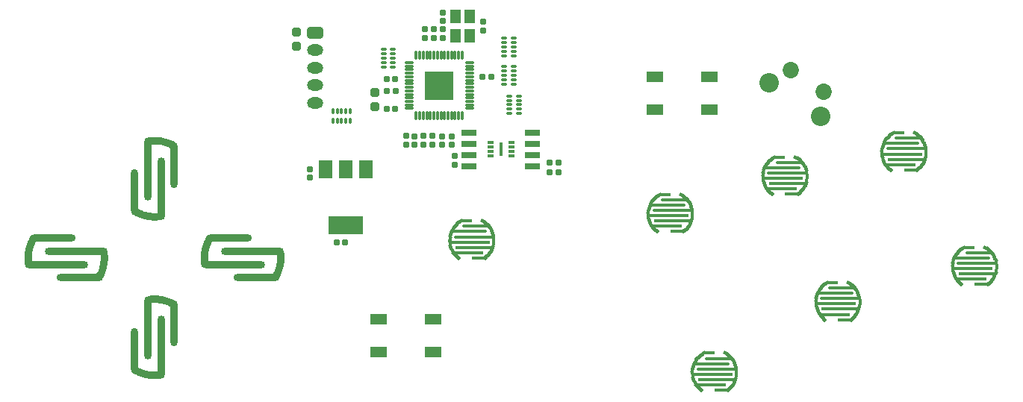
<source format=gbr>
%TF.GenerationSoftware,KiCad,Pcbnew,7.0.9*%
%TF.CreationDate,2024-02-22T06:25:05-07:00*%
%TF.ProjectId,genesis-6_controller_pcb,67656e65-7369-4732-9d36-5f636f6e7472,4a*%
%TF.SameCoordinates,Original*%
%TF.FileFunction,Soldermask,Top*%
%TF.FilePolarity,Negative*%
%FSLAX46Y46*%
G04 Gerber Fmt 4.6, Leading zero omitted, Abs format (unit mm)*
G04 Created by KiCad (PCBNEW 7.0.9) date 2024-02-22 06:25:05*
%MOMM*%
%LPD*%
G01*
G04 APERTURE LIST*
G04 Aperture macros list*
%AMRoundRect*
0 Rectangle with rounded corners*
0 $1 Rounding radius*
0 $2 $3 $4 $5 $6 $7 $8 $9 X,Y pos of 4 corners*
0 Add a 4 corners polygon primitive as box body*
4,1,4,$2,$3,$4,$5,$6,$7,$8,$9,$2,$3,0*
0 Add four circle primitives for the rounded corners*
1,1,$1+$1,$2,$3*
1,1,$1+$1,$4,$5*
1,1,$1+$1,$6,$7*
1,1,$1+$1,$8,$9*
0 Add four rect primitives between the rounded corners*
20,1,$1+$1,$2,$3,$4,$5,0*
20,1,$1+$1,$4,$5,$6,$7,0*
20,1,$1+$1,$6,$7,$8,$9,0*
20,1,$1+$1,$8,$9,$2,$3,0*%
%AMHorizOval*
0 Thick line with rounded ends*
0 $1 width*
0 $2 $3 position (X,Y) of the first rounded end (center of the circle)*
0 $4 $5 position (X,Y) of the second rounded end (center of the circle)*
0 Add line between two ends*
20,1,$1,$2,$3,$4,$5,0*
0 Add two circle primitives to create the rounded ends*
1,1,$1,$2,$3*
1,1,$1,$4,$5*%
G04 Aperture macros list end*
%ADD10RoundRect,0.050800X-0.750000X1.000000X-0.750000X-1.000000X0.750000X-1.000000X0.750000X1.000000X0*%
%ADD11RoundRect,0.050800X-1.900000X1.000000X-1.900000X-1.000000X1.900000X-1.000000X1.900000X1.000000X0*%
%ADD12RoundRect,0.190800X0.140000X0.170000X-0.140000X0.170000X-0.140000X-0.170000X0.140000X-0.170000X0*%
%ADD13RoundRect,0.190800X0.170000X-0.140000X0.170000X0.140000X-0.170000X0.140000X-0.170000X-0.140000X0*%
%ADD14O,0.801600X0.301600*%
%ADD15RoundRect,0.050800X0.146720X0.153210X-0.153210X0.146720X-0.146720X-0.153210X0.153210X-0.146720X0*%
%ADD16RoundRect,0.050800X0.163088X0.135655X-0.135655X0.163088X-0.163088X-0.135655X0.135655X-0.163088X0*%
%ADD17RoundRect,0.050800X0.128473X0.168803X-0.168803X0.128473X-0.128473X-0.168803X0.168803X-0.128473X0*%
%ADD18RoundRect,0.050800X0.177369X0.116363X-0.116363X0.177369X-0.177369X-0.116363X0.116363X-0.177369X0*%
%ADD19RoundRect,0.050800X0.108582X0.182236X-0.182236X0.108582X-0.108582X-0.182236X0.182236X-0.108582X0*%
%ADD20RoundRect,0.050800X0.189378X0.095582X-0.095582X0.189378X-0.189378X-0.095582X0.095582X-0.189378X0*%
%ADD21RoundRect,0.050800X0.087300X0.193336X-0.193336X0.087300X-0.087300X-0.193336X0.193336X-0.087300X0*%
%ADD22RoundRect,0.050800X0.198964X0.073576X-0.073576X0.198964X-0.198964X-0.073576X0.073576X-0.198964X0*%
%ADD23RoundRect,0.050800X0.064901X0.201960X-0.201960X0.064901X-0.064901X-0.201960X0.201960X-0.064901X0*%
%ADD24RoundRect,0.050800X0.206002X0.050629X-0.050629X0.206002X-0.206002X-0.050629X0.050629X-0.206002X0*%
%ADD25RoundRect,0.050800X0.041671X0.207999X-0.207999X0.041671X-0.041671X-0.207999X0.207999X-0.041671X0*%
%ADD26RoundRect,0.050800X0.210402X0.027034X-0.027034X0.210402X-0.210402X-0.027034X0.027034X-0.210402X0*%
%ADD27RoundRect,0.050800X0.017908X0.211375X-0.211375X0.017908X-0.017908X-0.211375X0.211375X-0.017908X0*%
%ADD28RoundRect,0.050800X0.212109X0.003093X-0.003093X0.212109X-0.212109X-0.003093X0.003093X-0.212109X0*%
%ADD29RoundRect,0.050800X-0.006085X0.212045X-0.212045X-0.006085X0.006085X-0.212045X0.212045X0.006085X0*%
%ADD30RoundRect,0.050800X0.211101X-0.020888X0.020888X0.211101X-0.211101X0.020888X-0.020888X-0.211101X0*%
%ADD31RoundRect,0.050800X-0.030000X0.210000X-0.210000X-0.030000X0.030000X-0.210000X0.210000X0.030000X0*%
%ADD32RoundRect,0.050800X0.207390X-0.044602X0.044602X0.207390X-0.207390X0.044602X-0.044602X-0.207390X0*%
%ADD33RoundRect,0.050800X0.203246X-0.060754X0.060754X0.203246X-0.203246X0.060754X-0.060754X-0.203246X0*%
%ADD34O,1.289034X0.401600*%
%ADD35O,3.479009X0.401600*%
%ADD36O,4.069223X0.401600*%
%ADD37O,4.608059X0.401600*%
%ADD38O,4.535632X0.401600*%
%ADD39O,4.270727X0.401600*%
%ADD40O,3.039444X0.401600*%
%ADD41O,1.601600X0.401600*%
%ADD42RoundRect,0.050800X0.060754X-0.203246X0.203246X0.060754X-0.060754X0.203246X-0.203246X-0.060754X0*%
%ADD43RoundRect,0.050800X0.037405X-0.208808X0.208808X0.037405X-0.037405X0.208808X-0.208808X-0.037405X0*%
%ADD44RoundRect,0.050800X-0.210000X0.030000X-0.030000X-0.210000X0.210000X-0.030000X0.030000X0.210000X0*%
%ADD45RoundRect,0.050800X0.013578X-0.211697X0.211697X0.013578X-0.013578X0.211697X-0.211697X-0.013578X0*%
%ADD46RoundRect,0.050800X-0.211708X0.013412X-0.013412X-0.211708X0.211708X-0.013412X0.013412X0.211708X0*%
%ADD47RoundRect,0.050800X-0.010424X-0.211876X0.211876X-0.010424X0.010424X0.211876X-0.211876X0.010424X0*%
%ADD48RoundRect,0.050800X-0.211868X-0.010589X0.010589X-0.211868X0.211868X0.010589X-0.010589X0.211868X0*%
%ADD49RoundRect,0.050800X-0.034292X-0.209342X0.209342X-0.034292X0.034292X0.209342X-0.209342X0.034292X0*%
%ADD50RoundRect,0.050800X-0.209315X-0.034455X0.034455X-0.209315X0.209315X0.034455X-0.034455X0.209315X0*%
%ADD51RoundRect,0.050800X-0.057721X-0.204128X0.204128X-0.057721X0.057721X0.204128X-0.204128X0.057721X0*%
%ADD52RoundRect,0.050800X-0.204083X-0.057880X0.057880X-0.204083X0.204083X0.057880X-0.057880X0.204083X0*%
%ADD53RoundRect,0.050800X-0.080411X-0.196301X0.196301X-0.080411X0.080411X0.196301X-0.196301X0.080411X0*%
%ADD54RoundRect,0.050800X-0.196238X-0.080564X0.080564X-0.196238X0.196238X0.080564X-0.080564X0.196238X0*%
%ADD55RoundRect,0.050800X-0.102072X-0.185961X0.185961X-0.102072X0.102072X0.185961X-0.185961X0.102072X0*%
%ADD56RoundRect,0.050800X-0.185881X-0.102217X0.102217X-0.185881X0.185881X0.102217X-0.102217X0.185881X0*%
%ADD57RoundRect,0.050800X-0.122425X-0.173240X0.173240X-0.122425X0.122425X0.173240X-0.173240X0.122425X0*%
%ADD58RoundRect,0.050800X-0.173144X-0.122561X0.122561X-0.173144X0.173144X0.122561X-0.122561X0.173144X0*%
%ADD59RoundRect,0.050800X-0.141212X-0.158301X0.158301X-0.141212X0.141212X0.158301X-0.158301X0.141212X0*%
%ADD60RoundRect,0.050800X-0.158191X-0.141336X0.141336X-0.158191X0.158191X0.141336X-0.141336X0.158191X0*%
%ADD61RoundRect,0.050800X-0.900000X-0.550000X0.900000X-0.550000X0.900000X0.550000X-0.900000X0.550000X0*%
%ADD62RoundRect,0.185800X0.185000X-0.135000X0.185000X0.135000X-0.185000X0.135000X-0.185000X-0.135000X0*%
%ADD63RoundRect,0.185800X-0.135000X-0.185000X0.135000X-0.185000X0.135000X0.185000X-0.135000X0.185000X0*%
%ADD64O,0.851600X0.851600*%
%ADD65HorizOval,0.851600X0.000000X0.000000X0.000000X0.000000X0*%
%ADD66HorizOval,0.851600X0.000000X0.000000X0.000000X0.000000X0*%
%ADD67HorizOval,0.851600X0.000000X0.000000X0.000000X0.000000X0*%
%ADD68HorizOval,0.851600X0.000000X0.000000X0.000000X0.000000X0*%
%ADD69HorizOval,0.851600X0.000000X0.000000X0.000000X0.000000X0*%
%ADD70HorizOval,0.851600X0.000000X0.000000X0.000000X0.000000X0*%
%ADD71HorizOval,0.851600X0.000000X0.000000X0.000000X0.000000X0*%
%ADD72HorizOval,0.851600X0.000000X0.000000X0.000000X0.000000X0*%
%ADD73HorizOval,0.851600X0.000000X0.000000X0.000000X0.000000X0*%
%ADD74HorizOval,0.851600X0.000000X0.000000X0.000000X0.000000X0*%
%ADD75HorizOval,0.851600X0.000000X0.000000X0.000000X0.000000X0*%
%ADD76HorizOval,0.851600X0.000000X0.000000X0.000000X0.000000X0*%
%ADD77HorizOval,0.851600X0.000000X0.000000X0.000000X0.000000X0*%
%ADD78HorizOval,0.851600X0.000000X0.000000X0.000000X0.000000X0*%
%ADD79HorizOval,0.851600X0.000000X0.000000X0.000000X0.000000X0*%
%ADD80HorizOval,0.851600X0.000000X0.000000X0.000000X0.000000X0*%
%ADD81HorizOval,0.851600X0.000000X0.000000X0.000000X0.000000X0*%
%ADD82HorizOval,0.851600X0.000000X0.000000X0.000000X0.000000X0*%
%ADD83HorizOval,0.851600X0.000000X0.000000X0.000000X0.000000X0*%
%ADD84HorizOval,0.851600X0.000000X0.000000X0.000000X0.000000X0*%
%ADD85HorizOval,0.851600X0.000000X0.000000X0.000000X0.000000X0*%
%ADD86HorizOval,0.851600X0.000000X0.000000X0.000000X0.000000X0*%
%ADD87O,0.851600X5.101600*%
%ADD88O,0.851600X7.101600*%
%ADD89HorizOval,0.851600X0.000000X0.000000X0.000000X0.000000X0*%
%ADD90HorizOval,0.851600X0.000000X0.000000X0.000000X0.000000X0*%
%ADD91HorizOval,0.851600X0.000000X0.000000X0.000000X0.000000X0*%
%ADD92HorizOval,0.851600X0.000000X0.000000X0.000000X0.000000X0*%
%ADD93HorizOval,0.851600X0.000000X0.000000X0.000000X0.000000X0*%
%ADD94HorizOval,0.851600X0.000000X0.000000X0.000000X0.000000X0*%
%ADD95HorizOval,0.851600X0.000000X0.000000X0.000000X0.000000X0*%
%ADD96HorizOval,0.851600X0.000000X0.000000X0.000000X0.000000X0*%
%ADD97HorizOval,0.851600X0.000000X0.000000X0.000000X0.000000X0*%
%ADD98HorizOval,0.851600X0.000000X0.000000X0.000000X0.000000X0*%
%ADD99HorizOval,0.851600X0.000000X0.000000X0.000000X0.000000X0*%
%ADD100HorizOval,0.851600X0.000000X0.000000X0.000000X0.000000X0*%
%ADD101HorizOval,0.851600X0.000000X0.000000X0.000000X0.000000X0*%
%ADD102HorizOval,0.851600X0.000000X0.000000X0.000000X0.000000X0*%
%ADD103HorizOval,0.851600X0.000000X0.000000X0.000000X0.000000X0*%
%ADD104HorizOval,0.851600X0.000000X0.000000X0.000000X0.000000X0*%
%ADD105HorizOval,0.851600X0.000000X0.000000X0.000000X0.000000X0*%
%ADD106HorizOval,0.851600X0.000000X0.000000X0.000000X0.000000X0*%
%ADD107HorizOval,0.851600X0.000000X0.000000X0.000000X0.000000X0*%
%ADD108HorizOval,0.851600X0.000000X0.000000X0.000000X0.000000X0*%
%ADD109HorizOval,0.851600X0.000000X0.000000X0.000000X0.000000X0*%
%ADD110HorizOval,0.851600X0.000000X0.000000X0.000000X0.000000X0*%
%ADD111RoundRect,0.190800X-0.140000X-0.170000X0.140000X-0.170000X0.140000X0.170000X-0.140000X0.170000X0*%
%ADD112RoundRect,0.190800X-0.170000X0.140000X-0.170000X-0.140000X0.170000X-0.140000X0.170000X0.140000X0*%
%ADD113O,0.301600X0.801600*%
%ADD114RoundRect,0.185800X0.135000X0.185000X-0.135000X0.185000X-0.135000X-0.185000X0.135000X-0.185000X0*%
%ADD115RoundRect,0.269550X0.256250X-0.218750X0.256250X0.218750X-0.256250X0.218750X-0.256250X-0.218750X0*%
%ADD116HorizOval,0.851600X0.000000X0.000000X0.000000X0.000000X0*%
%ADD117HorizOval,0.851600X0.000000X0.000000X0.000000X0.000000X0*%
%ADD118HorizOval,0.851600X0.000000X0.000000X0.000000X0.000000X0*%
%ADD119HorizOval,0.851600X0.000000X0.000000X0.000000X0.000000X0*%
%ADD120HorizOval,0.851600X0.000000X0.000000X0.000000X0.000000X0*%
%ADD121HorizOval,0.851600X0.000000X0.000000X0.000000X0.000000X0*%
%ADD122HorizOval,0.851600X0.000000X0.000000X0.000000X0.000000X0*%
%ADD123HorizOval,0.851600X0.000000X0.000000X0.000000X0.000000X0*%
%ADD124HorizOval,0.851600X0.000000X0.000000X0.000000X0.000000X0*%
%ADD125HorizOval,0.851600X0.000000X0.000000X0.000000X0.000000X0*%
%ADD126HorizOval,0.851600X0.000000X0.000000X0.000000X0.000000X0*%
%ADD127HorizOval,0.851600X0.000000X0.000000X0.000000X0.000000X0*%
%ADD128HorizOval,0.851600X0.000000X0.000000X0.000000X0.000000X0*%
%ADD129HorizOval,0.851600X0.000000X0.000000X0.000000X0.000000X0*%
%ADD130HorizOval,0.851600X0.000000X0.000000X0.000000X0.000000X0*%
%ADD131HorizOval,0.851600X0.000000X0.000000X0.000000X0.000000X0*%
%ADD132HorizOval,0.851600X0.000000X0.000000X0.000000X0.000000X0*%
%ADD133HorizOval,0.851600X0.000000X0.000000X0.000000X0.000000X0*%
%ADD134HorizOval,0.851600X0.000000X0.000000X0.000000X0.000000X0*%
%ADD135HorizOval,0.851600X0.000000X0.000000X0.000000X0.000000X0*%
%ADD136HorizOval,0.851600X0.000000X0.000000X0.000000X0.000000X0*%
%ADD137HorizOval,0.851600X0.000000X0.000000X0.000000X0.000000X0*%
%ADD138O,5.101600X0.851600*%
%ADD139O,7.101600X0.851600*%
%ADD140HorizOval,0.851600X0.000000X0.000000X0.000000X0.000000X0*%
%ADD141HorizOval,0.851600X0.000000X0.000000X0.000000X0.000000X0*%
%ADD142HorizOval,0.851600X0.000000X0.000000X0.000000X0.000000X0*%
%ADD143HorizOval,0.851600X0.000000X0.000000X0.000000X0.000000X0*%
%ADD144HorizOval,0.851600X0.000000X0.000000X0.000000X0.000000X0*%
%ADD145HorizOval,0.851600X0.000000X0.000000X0.000000X0.000000X0*%
%ADD146HorizOval,0.851600X0.000000X0.000000X0.000000X0.000000X0*%
%ADD147HorizOval,0.851600X0.000000X0.000000X0.000000X0.000000X0*%
%ADD148HorizOval,0.851600X0.000000X0.000000X0.000000X0.000000X0*%
%ADD149HorizOval,0.851600X0.000000X0.000000X0.000000X0.000000X0*%
%ADD150HorizOval,0.851600X0.000000X0.000000X0.000000X0.000000X0*%
%ADD151HorizOval,0.851600X0.000000X0.000000X0.000000X0.000000X0*%
%ADD152HorizOval,0.851600X0.000000X0.000000X0.000000X0.000000X0*%
%ADD153HorizOval,0.851600X0.000000X0.000000X0.000000X0.000000X0*%
%ADD154HorizOval,0.851600X0.000000X0.000000X0.000000X0.000000X0*%
%ADD155HorizOval,0.851600X0.000000X0.000000X0.000000X0.000000X0*%
%ADD156HorizOval,0.851600X0.000000X0.000000X0.000000X0.000000X0*%
%ADD157HorizOval,0.851600X0.000000X0.000000X0.000000X0.000000X0*%
%ADD158HorizOval,0.851600X0.000000X0.000000X0.000000X0.000000X0*%
%ADD159HorizOval,0.851600X0.000000X0.000000X0.000000X0.000000X0*%
%ADD160HorizOval,0.851600X0.000000X0.000000X0.000000X0.000000X0*%
%ADD161HorizOval,0.851600X0.000000X0.000000X0.000000X0.000000X0*%
%ADD162RoundRect,0.050800X0.805000X0.290000X-0.805000X0.290000X-0.805000X-0.290000X0.805000X-0.290000X0*%
%ADD163RoundRect,0.125800X0.225000X0.075000X-0.225000X0.075000X-0.225000X-0.075000X0.225000X-0.075000X0*%
%ADD164RoundRect,0.100800X0.050000X0.700000X-0.050000X0.700000X-0.050000X-0.700000X0.050000X-0.700000X0*%
%ADD165RoundRect,0.050800X-0.575000X0.700000X-0.575000X-0.700000X0.575000X-0.700000X0.575000X0.700000X0*%
%ADD166RoundRect,0.100800X0.387500X0.050000X-0.387500X0.050000X-0.387500X-0.050000X0.387500X-0.050000X0*%
%ADD167RoundRect,0.100800X0.050000X0.387500X-0.050000X0.387500X-0.050000X-0.387500X0.050000X-0.387500X0*%
%ADD168RoundRect,0.194800X1.456000X1.456000X-1.456000X1.456000X-1.456000X-1.456000X1.456000X-1.456000X0*%
%ADD169C,2.201600*%
%ADD170C,1.851600*%
%ADD171RoundRect,0.300800X-0.625000X0.350000X-0.625000X-0.350000X0.625000X-0.350000X0.625000X0.350000X0*%
%ADD172O,1.851600X1.301600*%
G04 APERTURE END LIST*
D10*
%TO.C,U3*%
X144000000Y-119950000D03*
X141700000Y-119950000D03*
D11*
X141700000Y-126250000D03*
D10*
X139400000Y-119950000D03*
%TD*%
D12*
%TO.C,C11*%
X147295396Y-109689604D03*
X146335396Y-109689604D03*
%TD*%
D13*
%TO.C,C5*%
X154030000Y-119400000D03*
X154030000Y-118440000D03*
%TD*%
D14*
%TO.C,U5*%
X147065396Y-108339604D03*
X147065396Y-107839604D03*
X147065396Y-107339604D03*
X147065396Y-106839604D03*
X147065396Y-106339604D03*
X146015396Y-106339604D03*
X146015396Y-106839604D03*
X146015396Y-107339604D03*
X146015396Y-107839604D03*
X146015396Y-108339604D03*
%TD*%
%TO.C,U2*%
X161309891Y-113602551D03*
X161309891Y-113102551D03*
X161309891Y-112602551D03*
X161309891Y-112102551D03*
X161309891Y-111602551D03*
X160259891Y-111602551D03*
X160259891Y-112102551D03*
X160259891Y-112602551D03*
X160259891Y-113102551D03*
X160259891Y-113602551D03*
%TD*%
D15*
%TO.C,SW4*%
X153500586Y-128054082D03*
D16*
X153510475Y-127771389D03*
D17*
X153522694Y-128336085D03*
D18*
X153552236Y-127491620D03*
D19*
X153576518Y-128613785D03*
D20*
X153625334Y-127218361D03*
D21*
X153661368Y-128883627D03*
D22*
X153728834Y-126955108D03*
D23*
X153776157Y-129142156D03*
D24*
X153861409Y-126705232D03*
D25*
X153919417Y-129386063D03*
D26*
X154021363Y-126471932D03*
D27*
X154089313Y-129612226D03*
D28*
X154206648Y-126258195D03*
D29*
X154283670Y-129817748D03*
D30*
X154414892Y-126066757D03*
D31*
X154500001Y-130000000D03*
D32*
X154643429Y-125900069D03*
D33*
X154812566Y-125800001D03*
D34*
X155406283Y-125800000D03*
D35*
X155617474Y-129400000D03*
D36*
X155692524Y-127000000D03*
D37*
X155761243Y-128200000D03*
D38*
X156250776Y-127600000D03*
D39*
X156283980Y-128800000D03*
D40*
X156452015Y-126400000D03*
D41*
X156750000Y-130000000D03*
D42*
X157187434Y-125800000D03*
D43*
X157428358Y-125948223D03*
D44*
X157499999Y-130000000D03*
D45*
X157650996Y-126122712D03*
D46*
X157652461Y-129875998D03*
D47*
X157852497Y-126321235D03*
D48*
X157853807Y-129677318D03*
D49*
X158030282Y-126541250D03*
D50*
X158031421Y-129457164D03*
D51*
X158182075Y-126779940D03*
D52*
X158183027Y-129218355D03*
D53*
X158305932Y-127034250D03*
D54*
X158306686Y-128963948D03*
D55*
X158400269Y-127300924D03*
D56*
X158400814Y-128697201D03*
D57*
X158463876Y-127576547D03*
D58*
X158464206Y-128421528D03*
D59*
X158495940Y-127857592D03*
D60*
X158496051Y-128140459D03*
%TD*%
D15*
%TO.C,SW6*%
X176000586Y-125054082D03*
D16*
X176010475Y-124771389D03*
D17*
X176022694Y-125336085D03*
D18*
X176052236Y-124491620D03*
D19*
X176076518Y-125613785D03*
D20*
X176125334Y-124218361D03*
D21*
X176161368Y-125883627D03*
D22*
X176228834Y-123955108D03*
D23*
X176276157Y-126142156D03*
D24*
X176361409Y-123705232D03*
D25*
X176419417Y-126386063D03*
D26*
X176521363Y-123471932D03*
D27*
X176589313Y-126612226D03*
D28*
X176706648Y-123258195D03*
D29*
X176783670Y-126817748D03*
D30*
X176914892Y-123066757D03*
D31*
X177000001Y-127000000D03*
D32*
X177143429Y-122900069D03*
D33*
X177312566Y-122800001D03*
D34*
X177906283Y-122800000D03*
D35*
X178117474Y-126400000D03*
D36*
X178192524Y-124000000D03*
D37*
X178261243Y-125200000D03*
D38*
X178750776Y-124600000D03*
D39*
X178783980Y-125800000D03*
D40*
X178952015Y-123400000D03*
D41*
X179250000Y-127000000D03*
D42*
X179687434Y-122800000D03*
D43*
X179928358Y-122948223D03*
D44*
X179999999Y-127000000D03*
D45*
X180150996Y-123122712D03*
D46*
X180152461Y-126875998D03*
D47*
X180352497Y-123321235D03*
D48*
X180353807Y-126677318D03*
D49*
X180530282Y-123541250D03*
D50*
X180531421Y-126457164D03*
D51*
X180682075Y-123779940D03*
D52*
X180683027Y-126218355D03*
D53*
X180805932Y-124034250D03*
D54*
X180806686Y-125963948D03*
D55*
X180900269Y-124300924D03*
D56*
X180900814Y-125697201D03*
D57*
X180963876Y-124576547D03*
D58*
X180964206Y-125421528D03*
D59*
X180995940Y-124857592D03*
D60*
X180996051Y-125140459D03*
%TD*%
D15*
%TO.C,SW9*%
X210500586Y-131054082D03*
D16*
X210510475Y-130771389D03*
D17*
X210522694Y-131336085D03*
D18*
X210552236Y-130491620D03*
D19*
X210576518Y-131613785D03*
D20*
X210625334Y-130218361D03*
D21*
X210661368Y-131883627D03*
D22*
X210728834Y-129955108D03*
D23*
X210776157Y-132142156D03*
D24*
X210861409Y-129705232D03*
D25*
X210919417Y-132386063D03*
D26*
X211021363Y-129471932D03*
D27*
X211089313Y-132612226D03*
D28*
X211206648Y-129258195D03*
D29*
X211283670Y-132817748D03*
D30*
X211414892Y-129066757D03*
D31*
X211500001Y-133000000D03*
D32*
X211643429Y-128900069D03*
D33*
X211812566Y-128800001D03*
D34*
X212406283Y-128800000D03*
D35*
X212617474Y-132400000D03*
D36*
X212692524Y-130000000D03*
D37*
X212761243Y-131200000D03*
D38*
X213250776Y-130600000D03*
D39*
X213283980Y-131800000D03*
D40*
X213452015Y-129400000D03*
D41*
X213750000Y-133000000D03*
D42*
X214187434Y-128800000D03*
D43*
X214428358Y-128948223D03*
D44*
X214499999Y-133000000D03*
D45*
X214650996Y-129122712D03*
D46*
X214652461Y-132875998D03*
D47*
X214852497Y-129321235D03*
D48*
X214853807Y-132677318D03*
D49*
X215030282Y-129541250D03*
D50*
X215031421Y-132457164D03*
D51*
X215182075Y-129779940D03*
D52*
X215183027Y-132218355D03*
D53*
X215305932Y-130034250D03*
D54*
X215306686Y-131963948D03*
D55*
X215400269Y-130300924D03*
D56*
X215400814Y-131697201D03*
D57*
X215463876Y-130576547D03*
D58*
X215464206Y-131421528D03*
D59*
X215495940Y-130857592D03*
D60*
X215496051Y-131140459D03*
%TD*%
D61*
%TO.C,SW13*%
X176740000Y-109420000D03*
X182940000Y-109420000D03*
X176740000Y-113120000D03*
X182940000Y-113120000D03*
%TD*%
D62*
%TO.C,R5*%
X152675396Y-105029604D03*
X152675396Y-104009604D03*
%TD*%
D15*
%TO.C,SW8*%
X202500586Y-118054082D03*
D16*
X202510475Y-117771389D03*
D17*
X202522694Y-118336085D03*
D18*
X202552236Y-117491620D03*
D19*
X202576518Y-118613785D03*
D20*
X202625334Y-117218361D03*
D21*
X202661368Y-118883627D03*
D22*
X202728834Y-116955108D03*
D23*
X202776157Y-119142156D03*
D24*
X202861409Y-116705232D03*
D25*
X202919417Y-119386063D03*
D26*
X203021363Y-116471932D03*
D27*
X203089313Y-119612226D03*
D28*
X203206648Y-116258195D03*
D29*
X203283670Y-119817748D03*
D30*
X203414892Y-116066757D03*
D31*
X203500001Y-120000000D03*
D32*
X203643429Y-115900069D03*
D33*
X203812566Y-115800001D03*
D34*
X204406283Y-115800000D03*
D35*
X204617474Y-119400000D03*
D36*
X204692524Y-117000000D03*
D37*
X204761243Y-118200000D03*
D38*
X205250776Y-117600000D03*
D39*
X205283980Y-118800000D03*
D40*
X205452015Y-116400000D03*
D41*
X205750000Y-120000000D03*
D42*
X206187434Y-115800000D03*
D43*
X206428358Y-115948223D03*
D44*
X206499999Y-120000000D03*
D45*
X206650996Y-116122712D03*
D46*
X206652461Y-119875998D03*
D47*
X206852497Y-116321235D03*
D48*
X206853807Y-119677318D03*
D49*
X207030282Y-116541250D03*
D50*
X207031421Y-119457164D03*
D51*
X207182075Y-116779940D03*
D52*
X207183027Y-119218355D03*
D53*
X207305932Y-117034250D03*
D54*
X207306686Y-118963948D03*
D55*
X207400269Y-117300924D03*
D56*
X207400814Y-118697201D03*
D57*
X207463876Y-117576547D03*
D58*
X207464206Y-118421528D03*
D59*
X207495940Y-117857592D03*
D60*
X207496051Y-118140459D03*
%TD*%
D63*
%TO.C,R8*%
X146315396Y-111029604D03*
X147335396Y-111029604D03*
%TD*%
D62*
%TO.C,R7*%
X150495396Y-117169099D03*
X150495396Y-116149099D03*
%TD*%
D12*
%TO.C,C9*%
X147305396Y-113039604D03*
X146345396Y-113039604D03*
%TD*%
D61*
%TO.C,SW5*%
X145420000Y-136960000D03*
X151620000Y-136960000D03*
X145420000Y-140660000D03*
X151620000Y-140660000D03*
%TD*%
D64*
%TO.C,SW3*%
X120000000Y-125320000D03*
D65*
X119864306Y-125317868D03*
D66*
X120135694Y-125317868D03*
D67*
X119728745Y-125311475D03*
D68*
X120271255Y-125311475D03*
D69*
X119593452Y-125300828D03*
D70*
X120406548Y-125300828D03*
D71*
X119458560Y-125285936D03*
D72*
X120541440Y-125285936D03*
D73*
X119324203Y-125266814D03*
D74*
X120675797Y-125266814D03*
D75*
X119190513Y-125243481D03*
D76*
X119057621Y-125215960D03*
D77*
X118925660Y-125184279D03*
D78*
X118794758Y-125148469D03*
D79*
X118665047Y-125108564D03*
D80*
X118536652Y-125064605D03*
D81*
X118409702Y-125016634D03*
D82*
X118284321Y-124964700D03*
D83*
X118160633Y-124908853D03*
D84*
X118038761Y-124849148D03*
D85*
X117918824Y-124785645D03*
D86*
X117800941Y-124718406D03*
D87*
X117750000Y-122500000D03*
D88*
X120750000Y-122100000D03*
X119250000Y-119960000D03*
D87*
X122250000Y-119500000D03*
D89*
X122199059Y-117281594D03*
D90*
X122081176Y-117214355D03*
D91*
X121961239Y-117150852D03*
D92*
X121839367Y-117091147D03*
D93*
X121715679Y-117035300D03*
D94*
X121590298Y-116983366D03*
D95*
X121463348Y-116935395D03*
D96*
X121334953Y-116891436D03*
D97*
X121205242Y-116851531D03*
D98*
X121074340Y-116815721D03*
D99*
X120942379Y-116784040D03*
D100*
X120809487Y-116756519D03*
D101*
X119324203Y-116733186D03*
D102*
X120675797Y-116733186D03*
D103*
X119458560Y-116714064D03*
D104*
X120541440Y-116714064D03*
D105*
X119593452Y-116699172D03*
D106*
X120406548Y-116699172D03*
D107*
X119728745Y-116688525D03*
D108*
X120271255Y-116688525D03*
D109*
X119864306Y-116682132D03*
D110*
X120135694Y-116682132D03*
D64*
X120000000Y-116680000D03*
%TD*%
D111*
%TO.C,C12*%
X157205396Y-109419604D03*
X158165396Y-109419604D03*
%TD*%
D12*
%TO.C,C2*%
X141605000Y-128270000D03*
X140645000Y-128270000D03*
%TD*%
D112*
%TO.C,C13*%
X152605396Y-116169604D03*
X152605396Y-117129604D03*
%TD*%
D113*
%TO.C,U6*%
X142225000Y-113350000D03*
X141725000Y-113350000D03*
X141225000Y-113350000D03*
X140725000Y-113350000D03*
X140225000Y-113350000D03*
X140225000Y-114400000D03*
X140725000Y-114400000D03*
X141225000Y-114400000D03*
X141725000Y-114400000D03*
X142225000Y-114400000D03*
%TD*%
D114*
%TO.C,R4*%
X165840000Y-120290000D03*
X164820000Y-120290000D03*
%TD*%
D15*
%TO.C,SW11*%
X195000586Y-135054082D03*
D16*
X195010475Y-134771389D03*
D17*
X195022694Y-135336085D03*
D18*
X195052236Y-134491620D03*
D19*
X195076518Y-135613785D03*
D20*
X195125334Y-134218361D03*
D21*
X195161368Y-135883627D03*
D22*
X195228834Y-133955108D03*
D23*
X195276157Y-136142156D03*
D24*
X195361409Y-133705232D03*
D25*
X195419417Y-136386063D03*
D26*
X195521363Y-133471932D03*
D27*
X195589313Y-136612226D03*
D28*
X195706648Y-133258195D03*
D29*
X195783670Y-136817748D03*
D30*
X195914892Y-133066757D03*
D31*
X196000001Y-137000000D03*
D32*
X196143429Y-132900069D03*
D33*
X196312566Y-132800001D03*
D34*
X196906283Y-132800000D03*
D35*
X197117474Y-136400000D03*
D36*
X197192524Y-134000000D03*
D37*
X197261243Y-135200000D03*
D38*
X197750776Y-134600000D03*
D39*
X197783980Y-135800000D03*
D40*
X197952015Y-133400000D03*
D41*
X198250000Y-137000000D03*
D42*
X198687434Y-132800000D03*
D43*
X198928358Y-132948223D03*
D44*
X198999999Y-137000000D03*
D45*
X199150996Y-133122712D03*
D46*
X199152461Y-136875998D03*
D47*
X199352497Y-133321235D03*
D48*
X199353807Y-136677318D03*
D49*
X199530282Y-133541250D03*
D50*
X199531421Y-136457164D03*
D51*
X199682075Y-133779940D03*
D52*
X199683027Y-136218355D03*
D53*
X199805932Y-134034250D03*
D54*
X199806686Y-135963948D03*
D55*
X199900269Y-134300924D03*
D56*
X199900814Y-135697201D03*
D57*
X199963876Y-134576547D03*
D58*
X199964206Y-135421528D03*
D59*
X199995940Y-134857592D03*
D60*
X199996051Y-135140459D03*
%TD*%
D14*
%TO.C,U1*%
X160710396Y-110259604D03*
X160710396Y-109759604D03*
X160710396Y-109259604D03*
X160710396Y-108759604D03*
X160710396Y-108259604D03*
X159660396Y-108259604D03*
X159660396Y-108759604D03*
X159660396Y-109259604D03*
X159660396Y-109759604D03*
X159660396Y-110259604D03*
%TD*%
D62*
%TO.C,R6*%
X151495396Y-117169099D03*
X151495396Y-116149099D03*
%TD*%
D112*
%TO.C,C10*%
X148525396Y-116149604D03*
X148525396Y-117109604D03*
%TD*%
D115*
%TO.C,D2*%
X144987179Y-112784604D03*
X144987179Y-111209604D03*
%TD*%
D64*
%TO.C,SW2*%
X120000000Y-143320000D03*
D65*
X119864306Y-143317868D03*
D66*
X120135694Y-143317868D03*
D67*
X119728745Y-143311475D03*
D68*
X120271255Y-143311475D03*
D69*
X119593452Y-143300828D03*
D70*
X120406548Y-143300828D03*
D71*
X119458560Y-143285936D03*
D72*
X120541440Y-143285936D03*
D73*
X119324203Y-143266814D03*
D74*
X120675797Y-143266814D03*
D75*
X119190513Y-143243481D03*
D76*
X119057621Y-143215960D03*
D77*
X118925660Y-143184279D03*
D78*
X118794758Y-143148469D03*
D79*
X118665047Y-143108564D03*
D80*
X118536652Y-143064605D03*
D81*
X118409702Y-143016634D03*
D82*
X118284321Y-142964700D03*
D83*
X118160633Y-142908853D03*
D84*
X118038761Y-142849148D03*
D85*
X117918824Y-142785645D03*
D86*
X117800941Y-142718406D03*
D87*
X117750000Y-140500000D03*
D88*
X120750000Y-140100000D03*
X119250000Y-137960000D03*
D87*
X122250000Y-137500000D03*
D89*
X122199059Y-135281594D03*
D90*
X122081176Y-135214355D03*
D91*
X121961239Y-135150852D03*
D92*
X121839367Y-135091147D03*
D93*
X121715679Y-135035300D03*
D94*
X121590298Y-134983366D03*
D95*
X121463348Y-134935395D03*
D96*
X121334953Y-134891436D03*
D97*
X121205242Y-134851531D03*
D98*
X121074340Y-134815721D03*
D99*
X120942379Y-134784040D03*
D100*
X120809487Y-134756519D03*
D101*
X119324203Y-134733186D03*
D102*
X120675797Y-134733186D03*
D103*
X119458560Y-134714064D03*
D104*
X120541440Y-134714064D03*
D105*
X119593452Y-134699172D03*
D106*
X120406548Y-134699172D03*
D107*
X119728745Y-134688525D03*
D108*
X120271255Y-134688525D03*
D109*
X119864306Y-134682132D03*
D110*
X120135694Y-134682132D03*
D64*
X120000000Y-134680000D03*
%TD*%
D115*
%TO.C,D1*%
X136129891Y-105960051D03*
X136129891Y-104385051D03*
%TD*%
D64*
%TO.C,SW1*%
X114320000Y-130000000D03*
D116*
X114317868Y-130135694D03*
D117*
X114317868Y-129864306D03*
D118*
X114311475Y-130271255D03*
D119*
X114311475Y-129728745D03*
D120*
X114300828Y-130406548D03*
D121*
X114300828Y-129593452D03*
D122*
X114285936Y-130541440D03*
D123*
X114285936Y-129458560D03*
D124*
X114266814Y-130675797D03*
D125*
X114266814Y-129324203D03*
D126*
X114243481Y-130809487D03*
D127*
X114215960Y-130942379D03*
D128*
X114184279Y-131074340D03*
D129*
X114148469Y-131205242D03*
D130*
X114108564Y-131334953D03*
D131*
X114064605Y-131463348D03*
D132*
X114016634Y-131590298D03*
D133*
X113964700Y-131715679D03*
D134*
X113908853Y-131839367D03*
D135*
X113849148Y-131961239D03*
D136*
X113785645Y-132081176D03*
D137*
X113718406Y-132199059D03*
D138*
X111500000Y-132250000D03*
D139*
X111100000Y-129250000D03*
X108960000Y-130750000D03*
D138*
X108500000Y-127750000D03*
D140*
X106281594Y-127800941D03*
D141*
X106214355Y-127918824D03*
D142*
X106150852Y-128038761D03*
D143*
X106091147Y-128160633D03*
D144*
X106035300Y-128284321D03*
D145*
X105983366Y-128409702D03*
D146*
X105935395Y-128536652D03*
D147*
X105891436Y-128665047D03*
D148*
X105851531Y-128794758D03*
D149*
X105815721Y-128925660D03*
D150*
X105784040Y-129057621D03*
D151*
X105756519Y-129190513D03*
D152*
X105733186Y-130675797D03*
D153*
X105733186Y-129324203D03*
D154*
X105714064Y-130541440D03*
D155*
X105714064Y-129458560D03*
D156*
X105699172Y-130406548D03*
D157*
X105699172Y-129593452D03*
D158*
X105688525Y-130271255D03*
D159*
X105688525Y-129728745D03*
D160*
X105682132Y-130135694D03*
D161*
X105682132Y-129864306D03*
D64*
X105680000Y-130000000D03*
%TD*%
D112*
%TO.C,C3*%
X152675396Y-102120000D03*
X152675396Y-103080000D03*
%TD*%
D15*
%TO.C,SW7*%
X181000586Y-143054082D03*
D16*
X181010475Y-142771389D03*
D17*
X181022694Y-143336085D03*
D18*
X181052236Y-142491620D03*
D19*
X181076518Y-143613785D03*
D20*
X181125334Y-142218361D03*
D21*
X181161368Y-143883627D03*
D22*
X181228834Y-141955108D03*
D23*
X181276157Y-144142156D03*
D24*
X181361409Y-141705232D03*
D25*
X181419417Y-144386063D03*
D26*
X181521363Y-141471932D03*
D27*
X181589313Y-144612226D03*
D28*
X181706648Y-141258195D03*
D29*
X181783670Y-144817748D03*
D30*
X181914892Y-141066757D03*
D31*
X182000001Y-145000000D03*
D32*
X182143429Y-140900069D03*
D33*
X182312566Y-140800001D03*
D34*
X182906283Y-140800000D03*
D35*
X183117474Y-144400000D03*
D36*
X183192524Y-142000000D03*
D37*
X183261243Y-143200000D03*
D38*
X183750776Y-142600000D03*
D39*
X183783980Y-143800000D03*
D40*
X183952015Y-141400000D03*
D41*
X184250000Y-145000000D03*
D42*
X184687434Y-140800000D03*
D43*
X184928358Y-140948223D03*
D44*
X184999999Y-145000000D03*
D45*
X185150996Y-141122712D03*
D46*
X185152461Y-144875998D03*
D47*
X185352497Y-141321235D03*
D48*
X185353807Y-144677318D03*
D49*
X185530282Y-141541250D03*
D50*
X185531421Y-144457164D03*
D51*
X185682075Y-141779940D03*
D52*
X185683027Y-144218355D03*
D53*
X185805932Y-142034250D03*
D54*
X185806686Y-143963948D03*
D55*
X185900269Y-142300924D03*
D56*
X185900814Y-143697201D03*
D57*
X185963876Y-142576547D03*
D58*
X185964206Y-143421528D03*
D59*
X185995940Y-142857592D03*
D60*
X185996051Y-143140459D03*
%TD*%
D162*
%TO.C,FLASH1*%
X162890000Y-119565000D03*
D163*
X160485000Y-118410000D03*
D162*
X162890000Y-118295000D03*
D163*
X160485000Y-117910000D03*
D162*
X162890000Y-117025000D03*
D163*
X160485000Y-117410000D03*
D162*
X162890000Y-115755000D03*
D163*
X160485000Y-116910000D03*
D164*
X159285000Y-117660000D03*
D163*
X158085000Y-116910000D03*
D162*
X155680000Y-115755000D03*
D163*
X158085000Y-117410000D03*
D162*
X155680000Y-117025000D03*
D163*
X158085000Y-117910000D03*
D162*
X155680000Y-118295000D03*
D163*
X158085000Y-118410000D03*
D162*
X155680000Y-119565000D03*
%TD*%
D165*
%TO.C,Y1*%
X154150000Y-102575000D03*
X154150000Y-104775000D03*
X155750000Y-104775000D03*
X155750000Y-102575000D03*
%TD*%
D13*
%TO.C,C14*%
X151665396Y-104999604D03*
X151665396Y-104039604D03*
%TD*%
D112*
%TO.C,C4*%
X157250000Y-103195000D03*
X157250000Y-104155000D03*
%TD*%
D64*
%TO.C,SW0*%
X134320000Y-130000000D03*
D116*
X134317868Y-130135694D03*
D117*
X134317868Y-129864306D03*
D118*
X134311475Y-130271255D03*
D119*
X134311475Y-129728745D03*
D120*
X134300828Y-130406548D03*
D121*
X134300828Y-129593452D03*
D122*
X134285936Y-130541440D03*
D123*
X134285936Y-129458560D03*
D124*
X134266814Y-130675797D03*
D125*
X134266814Y-129324203D03*
D126*
X134243481Y-130809487D03*
D127*
X134215960Y-130942379D03*
D128*
X134184279Y-131074340D03*
D129*
X134148469Y-131205242D03*
D130*
X134108564Y-131334953D03*
D131*
X134064605Y-131463348D03*
D132*
X134016634Y-131590298D03*
D133*
X133964700Y-131715679D03*
D134*
X133908853Y-131839367D03*
D135*
X133849148Y-131961239D03*
D136*
X133785645Y-132081176D03*
D137*
X133718406Y-132199059D03*
D138*
X131500000Y-132250000D03*
D139*
X131100000Y-129250000D03*
X128960000Y-130750000D03*
D138*
X128500000Y-127750000D03*
D140*
X126281594Y-127800941D03*
D141*
X126214355Y-127918824D03*
D142*
X126150852Y-128038761D03*
D143*
X126091147Y-128160633D03*
D144*
X126035300Y-128284321D03*
D145*
X125983366Y-128409702D03*
D146*
X125935395Y-128536652D03*
D147*
X125891436Y-128665047D03*
D148*
X125851531Y-128794758D03*
D149*
X125815721Y-128925660D03*
D150*
X125784040Y-129057621D03*
D151*
X125756519Y-129190513D03*
D152*
X125733186Y-130675797D03*
D153*
X125733186Y-129324203D03*
D154*
X125714064Y-130541440D03*
D155*
X125714064Y-129458560D03*
D156*
X125699172Y-130406548D03*
D157*
X125699172Y-129593452D03*
D158*
X125688525Y-130271255D03*
D159*
X125688525Y-129728745D03*
D160*
X125682132Y-130135694D03*
D161*
X125682132Y-129864306D03*
D64*
X125680000Y-130000000D03*
%TD*%
D166*
%TO.C,U4*%
X155727896Y-113024099D03*
X155727896Y-112624099D03*
X155727896Y-112224099D03*
X155727896Y-111824099D03*
X155727896Y-111424099D03*
X155727896Y-111024099D03*
X155727896Y-110624099D03*
X155727896Y-110224099D03*
X155727896Y-109824099D03*
X155727896Y-109424099D03*
X155727896Y-109024099D03*
X155727896Y-108624099D03*
X155727896Y-108224099D03*
X155727896Y-107824099D03*
D167*
X154890396Y-106986599D03*
X154490396Y-106986599D03*
X154090396Y-106986599D03*
X153690396Y-106986599D03*
X153290396Y-106986599D03*
X152890396Y-106986599D03*
X152490396Y-106986599D03*
X152090396Y-106986599D03*
X151690396Y-106986599D03*
X151290396Y-106986599D03*
X150890396Y-106986599D03*
X150490396Y-106986599D03*
X150090396Y-106986599D03*
X149690396Y-106986599D03*
D166*
X148852896Y-107824099D03*
X148852896Y-108224099D03*
X148852896Y-108624099D03*
X148852896Y-109024099D03*
X148852896Y-109424099D03*
X148852896Y-109824099D03*
X148852896Y-110224099D03*
X148852896Y-110624099D03*
X148852896Y-111024099D03*
X148852896Y-111424099D03*
X148852896Y-111824099D03*
X148852896Y-112224099D03*
X148852896Y-112624099D03*
X148852896Y-113024099D03*
D167*
X149690396Y-113861599D03*
X150090396Y-113861599D03*
X150490396Y-113861599D03*
X150890396Y-113861599D03*
X151290396Y-113861599D03*
X151690396Y-113861599D03*
X152090396Y-113861599D03*
X152490396Y-113861599D03*
X152890396Y-113861599D03*
X153290396Y-113861599D03*
X153690396Y-113861599D03*
X154090396Y-113861599D03*
X154490396Y-113861599D03*
X154890396Y-113861599D03*
D168*
X152290396Y-110424099D03*
%TD*%
D112*
%TO.C,C8*%
X149505396Y-116179604D03*
X149505396Y-117139604D03*
%TD*%
%TO.C,C1*%
X137600000Y-119920000D03*
X137600000Y-120880000D03*
%TD*%
D14*
%TO.C,U7*%
X160710396Y-107059604D03*
X160710396Y-106559604D03*
X160710396Y-106059604D03*
X160710396Y-105559604D03*
X160710396Y-105059604D03*
X159660396Y-105059604D03*
X159660396Y-105559604D03*
X159660396Y-106059604D03*
X159660396Y-106559604D03*
X159660396Y-107059604D03*
%TD*%
D63*
%TO.C,R3*%
X164790000Y-119140000D03*
X165810000Y-119140000D03*
%TD*%
D112*
%TO.C,C7*%
X153715396Y-116179604D03*
X153715396Y-117139604D03*
%TD*%
D15*
%TO.C,SW10*%
X189000586Y-120804082D03*
D16*
X189010475Y-120521389D03*
D17*
X189022694Y-121086085D03*
D18*
X189052236Y-120241620D03*
D19*
X189076518Y-121363785D03*
D20*
X189125334Y-119968361D03*
D21*
X189161368Y-121633627D03*
D22*
X189228834Y-119705108D03*
D23*
X189276157Y-121892156D03*
D24*
X189361409Y-119455232D03*
D25*
X189419417Y-122136063D03*
D26*
X189521363Y-119221932D03*
D27*
X189589313Y-122362226D03*
D28*
X189706648Y-119008195D03*
D29*
X189783670Y-122567748D03*
D30*
X189914892Y-118816757D03*
D31*
X190000001Y-122750000D03*
D32*
X190143429Y-118650069D03*
D33*
X190312566Y-118550001D03*
D34*
X190906283Y-118550000D03*
D35*
X191117474Y-122150000D03*
D36*
X191192524Y-119750000D03*
D37*
X191261243Y-120950000D03*
D38*
X191750776Y-120350000D03*
D39*
X191783980Y-121550000D03*
D40*
X191952015Y-119150000D03*
D41*
X192250000Y-122750000D03*
D42*
X192687434Y-118550000D03*
D43*
X192928358Y-118698223D03*
D44*
X192999999Y-122750000D03*
D45*
X193150996Y-118872712D03*
D46*
X193152461Y-122625998D03*
D47*
X193352497Y-119071235D03*
D48*
X193353807Y-122427318D03*
D49*
X193530282Y-119291250D03*
D50*
X193531421Y-122207164D03*
D51*
X193682075Y-119529940D03*
D52*
X193683027Y-121968355D03*
D53*
X193805932Y-119784250D03*
D54*
X193806686Y-121713948D03*
D55*
X193900269Y-120050924D03*
D56*
X193900814Y-121447201D03*
D57*
X193963876Y-120326547D03*
D58*
X193964206Y-121171528D03*
D59*
X193995940Y-120607592D03*
D60*
X193996051Y-120890459D03*
%TD*%
D13*
%TO.C,C6*%
X150675396Y-104999604D03*
X150675396Y-104039604D03*
%TD*%
D169*
%TO.C,SW12*%
X195579490Y-113896240D03*
X189700409Y-110078320D03*
D170*
X195887303Y-111127151D03*
X192113285Y-108676275D03*
%TD*%
D171*
%TO.C,J5*%
X138199891Y-104402551D03*
D172*
X138199891Y-106402551D03*
X138199891Y-108402551D03*
X138199891Y-110402551D03*
X138199891Y-112402551D03*
%TD*%
M02*

</source>
